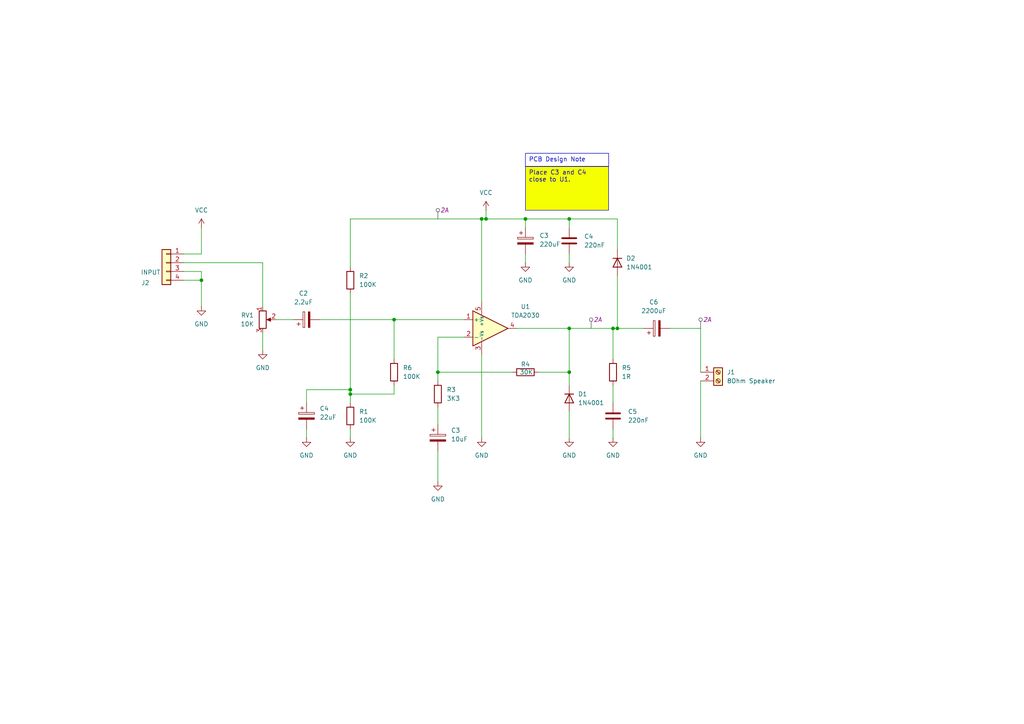
<source format=kicad_sch>
(kicad_sch (version 20231120) (generator "eeschema") (generator_version "8.0")
  (paper "A4")
  (lib_symbols
    (symbol "Amplifier_Audio:TDA2030" (pin_names (offset 0.127))
      (property "Reference" "U" (at 3.81 6.35 0))
      (property "Value" "TDA2030" (at 3.81 3.81 0))
      (symbol "TDA2030_0_1"
        (polyline (pts (xy -5.08 5.08) (xy 5.08 0) (xy -5.08 -5.08) (xy -5.08 5.08)) (stroke (width 0.254)) (fill (type background)))
      )
      (symbol "TDA2030_1_1"
        (pin input line (at -7.62 2.54 0) (length 2.54) (name "+") (number "1"))
        (pin input line (at -7.62 -2.54 0) (length 2.54) (name "-") (number "2"))
        (pin power_in line (at -2.54 -7.62 90) (length 3.81) (name "-Vs") (number "3"))
        (pin output line (at 7.62 0 180) (length 2.54) (name "~") (number "4"))
        (pin power_in line (at -2.54 7.62 270) (length 3.81) (name "+Vs") (number "5"))
      )
    )
    (symbol "Connector:Screw_Terminal_01x02" (pin_names (offset 1.016) hide)
      (property "Reference" "J" (at 0 2.54 0))
      (property "Value" "Screw_Terminal_01x02" (at 0 -5.08 0))
      (symbol "Screw_Terminal_01x02_1_1"
        (rectangle (start -1.27 1.27) (end 1.27 -3.81) (stroke (width 0.254)) (fill (type background)))
        (circle (center 0 -2.54) (radius 0.635) (stroke (width 0.1524)))
        (polyline (pts (xy -0.5334 -2.2098) (xy 0.3302 -3.048)) (stroke (width 0.1524)))
        (polyline (pts (xy -0.5334 0.3302) (xy 0.3302 -0.508)) (stroke (width 0.1524)))
        (polyline (pts (xy -0.3556 -2.032) (xy 0.508 -2.8702)) (stroke (width 0.1524)))
        (polyline (pts (xy -0.3556 0.508) (xy 0.508 -0.3302)) (stroke (width 0.1524)))
        (circle (center 0 0) (radius 0.635) (stroke (width 0.1524)))
        (pin passive line (at -5.08 0 0) (length 3.81) (name "Pin_1") (number "1"))
        (pin passive line (at -5.08 -2.54 0) (length 3.81) (name "Pin_2") (number "2"))
      )
    )
    (symbol "Connector_Generic:Conn_01x04" (pin_names (offset 1.016) hide)
      (property "Reference" "J" (at 0 5.08 0))
      (property "Value" "Conn_01x04" (at 0 -7.62 0))
      (symbol "Conn_01x04_1_1"
        (rectangle (start -1.27 -4.953) (end 0 -5.207) (stroke (width 0.1524)))
        (rectangle (start -1.27 -2.413) (end 0 -2.667) (stroke (width 0.1524)))
        (rectangle (start -1.27 0.127) (end 0 -0.127) (stroke (width 0.1524)))
        (rectangle (start -1.27 2.667) (end 0 2.413) (stroke (width 0.1524)))
        (rectangle (start -1.27 3.81) (end 1.27 -6.35) (stroke (width 0.254)) (fill (type background)))
        (pin passive line (at -5.08 2.54 0) (length 3.81) (name "Pin_1") (number "1"))
        (pin passive line (at -5.08 0 0) (length 3.81) (name "Pin_2") (number "2"))
        (pin passive line (at -5.08 -2.54 0) (length 3.81) (name "Pin_3") (number "3"))
        (pin passive line (at -5.08 -5.08 0) (length 3.81) (name "Pin_4") (number "4"))
      )
    )
    (symbol "Device:C" (pin_numbers hide) (pin_names (offset 0.254))
      (property "Reference" "C" (at 0.635 2.54 0))
      (property "Value" "C" (at 0.635 -2.54 0))
      (symbol "C_0_1"
        (polyline (pts (xy -2.032 -0.762) (xy 2.032 -0.762)) (stroke (width 0.508)))
        (polyline (pts (xy -2.032 0.762) (xy 2.032 0.762)) (stroke (width 0.508)))
      )
      (symbol "C_1_1"
        (pin passive line (at 0 3.81 270) (length 2.794) (name "~") (number "1"))
        (pin passive line (at 0 -3.81 90) (length 2.794) (name "~") (number "2"))
      )
    )
    (symbol "Device:C_Polarized" (pin_numbers hide) (pin_names (offset 0.254))
      (property "Reference" "C" (at 0.635 2.54 0))
      (property "Value" "C_Polarized" (at 0.635 -2.54 0))
      (symbol "C_Polarized_0_1"
        (rectangle (start -2.286 0.508) (end 2.286 1.016))
        (polyline (pts (xy -1.778 2.286) (xy -0.762 2.286)))
        (polyline (pts (xy -1.27 2.794) (xy -1.27 1.778)))
        (rectangle (start 2.286 -0.508) (end -2.286 -1.016) (fill (type outline)))
      )
      (symbol "C_Polarized_1_1"
        (pin passive line (at 0 3.81 270) (length 2.794) (name "~") (number "1"))
        (pin passive line (at 0 -3.81 90) (length 2.794) (name "~") (number "2"))
      )
    )
    (symbol "Device:D" (pin_numbers hide) (pin_names (offset 1.016) hide)
      (property "Reference" "D" (at 0 2.54 0))
      (property "Value" "D" (at 0 -2.54 0))
      (symbol "D_0_1"
        (polyline (pts (xy -1.27 1.27) (xy -1.27 -1.27)) (stroke (width 0.254)))
        (polyline (pts (xy 1.27 0) (xy -1.27 0)))
        (polyline (pts (xy 1.27 1.27) (xy 1.27 -1.27) (xy -1.27 0) (xy 1.27 1.27)) (stroke (width 0.254)))
      )
      (symbol "D_1_1"
        (pin passive line (at -3.81 0 0) (length 2.54) (name "K") (number "1"))
        (pin passive line (at 3.81 0 180) (length 2.54) (name "A") (number "2"))
      )
    )
    (symbol "Device:R" (pin_numbers hide) (pin_names (offset 0))
      (property "Reference" "R" (at 2.032 0 90))
      (property "Value" "R" (at 0 0 90))
      (symbol "R_0_1"
        (rectangle (start -1.016 -2.54) (end 1.016 2.54) (stroke (width 0.254)))
      )
      (symbol "R_1_1"
        (pin passive line (at 0 3.81 270) (length 1.27) (name "~") (number "1"))
        (pin passive line (at 0 -3.81 90) (length 1.27) (name "~") (number "2"))
      )
    )
    (symbol "Device:R_Potentiometer" (pin_names (offset 1.016) hide)
      (property "Reference" "RV" (at -4.445 0 90))
      (property "Value" "R_Potentiometer" (at -2.54 0 90))
      (symbol "R_Potentiometer_0_1"
        (polyline (pts (xy 2.54 0) (xy 1.524 0)))
        (polyline (pts (xy 1.143 0) (xy 2.286 0.508) (xy 2.286 -0.508) (xy 1.143 0)) (fill (type outline)))
        (rectangle (start 1.016 2.54) (end -1.016 -2.54) (stroke (width 0.254)))
      )
      (symbol "R_Potentiometer_1_1"
        (pin passive line (at 0 3.81 270) (length 1.27) (name "1") (number "1"))
        (pin passive line (at 3.81 0 180) (length 1.27) (name "2") (number "2"))
        (pin passive line (at 0 -3.81 90) (length 1.27) (name "3") (number "3"))
      )
    )
    (symbol "power:GND" (power) (pin_numbers hide) (pin_names (offset 0) hide)
      (property "Value" "GND" (at 0 -3.81 0))
      (symbol "GND_0_1"
        (polyline (pts (xy 0 0) (xy 0 -1.27) (xy 1.27 -1.27) (xy 0 -2.54) (xy -1.27 -1.27) (xy 0 -1.27)))
      )
      (symbol "GND_1_1"
        (pin power_in line (at 0 0 270) (length 0) (name "~") (number "1"))
      )
    )
    (symbol "power:VCC" (power) (pin_numbers hide) (pin_names (offset 0) hide)
      (property "Value" "VCC" (at 0 3.556 0))
      (symbol "VCC_0_1"
        (polyline (pts (xy -0.762 1.27) (xy 0 2.54)))
        (polyline (pts (xy 0 0) (xy 0 2.54)))
        (polyline (pts (xy 0 2.54) (xy 0.762 1.27)))
      )
      (symbol "VCC_1_1"
        (pin power_in line (at 0 0 90) (length 0) (name "~") (number "1"))
      )
    )
  )
  (junction (at 152.4 63.5))
  (junction (at 139.7 63.5))
  (junction (at 165.1 63.5))
  (junction (at 127 107.95))
  (junction (at 165.1 95.25))
  (junction (at 140.97 63.5))
  (junction (at 101.6 113.03))
  (junction (at 165.1 107.95))
  (junction (at 58.42 81.28))
  (junction (at 179.07 95.25))
  (junction (at 177.8 95.25))
  (junction (at 101.6 114.3))
  (junction (at 114.3 92.71))
  (wire (pts (xy 139.7 102.87) (xy 139.7 127)))
  (wire (pts (xy 76.2 96.52) (xy 76.2 101.6)))
  (wire (pts (xy 177.8 95.25) (xy 177.8 104.14)))
  (wire (pts (xy 179.07 72.39) (xy 179.07 63.5)))
  (wire (pts (xy 88.9 116.84) (xy 88.9 113.03)))
  (wire (pts (xy 58.42 78.74) (xy 58.42 81.28)))
  (wire (pts (xy 179.07 63.5) (xy 165.1 63.5)))
  (wire (pts (xy 139.7 87.63) (xy 139.7 63.5)))
  (wire (pts (xy 53.34 78.74) (xy 58.42 78.74)))
  (wire (pts (xy 152.4 73.66) (xy 152.4 76.2)))
  (wire (pts (xy 140.97 63.5) (xy 152.4 63.5)))
  (wire (pts (xy 203.2 110.49) (xy 203.2 127)))
  (wire (pts (xy 165.1 95.25) (xy 177.8 95.25)))
  (wire (pts (xy 101.6 124.46) (xy 101.6 127)))
  (wire (pts (xy 165.1 73.66) (xy 165.1 76.2)))
  (wire (pts (xy 165.1 119.38) (xy 165.1 127)))
  (wire (pts (xy 179.07 95.25) (xy 186.69 95.25)))
  (wire (pts (xy 127 107.95) (xy 127 110.49)))
  (wire (pts (xy 101.6 77.47) (xy 101.6 63.5)))
  (wire (pts (xy 80.01 92.71) (xy 85.09 92.71)))
  (wire (pts (xy 58.42 81.28) (xy 58.42 88.9)))
  (wire (pts (xy 101.6 63.5) (xy 139.7 63.5)))
  (wire (pts (xy 88.9 124.46) (xy 88.9 127)))
  (wire (pts (xy 152.4 63.5) (xy 165.1 63.5)))
  (wire (pts (xy 134.62 97.79) (xy 127 97.79)))
  (wire (pts (xy 127 107.95) (xy 148.59 107.95)))
  (wire (pts (xy 76.2 88.9) (xy 76.2 76.2)))
  (wire (pts (xy 114.3 92.71) (xy 134.62 92.71)))
  (wire (pts (xy 165.1 107.95) (xy 165.1 95.25)))
  (wire (pts (xy 194.31 95.25) (xy 203.2 95.25)))
  (wire (pts (xy 127 130.81) (xy 127 139.7)))
  (wire (pts (xy 114.3 111.76) (xy 114.3 114.3)))
  (wire (pts (xy 165.1 107.95) (xy 165.1 111.76)))
  (wire (pts (xy 114.3 114.3) (xy 101.6 114.3)))
  (wire (pts (xy 140.97 63.5) (xy 140.97 60.96)))
  (wire (pts (xy 88.9 113.03) (xy 101.6 113.03)))
  (wire (pts (xy 127 97.79) (xy 127 107.95)))
  (wire (pts (xy 53.34 73.66) (xy 58.42 73.66)))
  (wire (pts (xy 127 118.11) (xy 127 123.19)))
  (wire (pts (xy 53.34 81.28) (xy 58.42 81.28)))
  (wire (pts (xy 149.86 95.25) (xy 165.1 95.25)))
  (wire (pts (xy 152.4 63.5) (xy 152.4 66.04)))
  (wire (pts (xy 101.6 85.09) (xy 101.6 113.03)))
  (wire (pts (xy 156.21 107.95) (xy 165.1 107.95)))
  (wire (pts (xy 177.8 95.25) (xy 179.07 95.25)))
  (wire (pts (xy 58.42 66.04) (xy 58.42 73.66)))
  (wire (pts (xy 140.97 63.5) (xy 139.7 63.5)))
  (wire (pts (xy 114.3 104.14) (xy 114.3 92.71)))
  (wire (pts (xy 177.8 111.76) (xy 177.8 116.84)))
  (wire (pts (xy 179.07 80.01) (xy 179.07 95.25)))
  (wire (pts (xy 165.1 63.5) (xy 165.1 66.04)))
  (wire (pts (xy 76.2 76.2) (xy 53.34 76.2)))
  (wire (pts (xy 101.6 114.3) (xy 101.6 116.84)))
  (wire (pts (xy 101.6 113.03) (xy 101.6 114.3)))
  (wire (pts (xy 203.2 95.25) (xy 203.2 107.95)))
  (wire (pts (xy 92.71 92.71) (xy 114.3 92.71)))
  (wire (pts (xy 177.8 124.46) (xy 177.8 127)))
  (text_box "Place C3 and C4 close to U1. " (at 152.4 48.26 0) (size 24.13 12.7) (fill (type color) (color 245 255 1 1)) (effects (font (size 1.27 1.27)) (justify left top)))
  (text_box "PCB Design Note" (at 152.4 44.45 0) (size 24.13 3.81) (effects (font (size 1.27 1.27)) (justify left top)))
  (netclass_flag "" (length 2.54) (shape round) (at 127 63.5 0) (property "Netclass" "2A" (at 127.6985 60.96 0) (effects (font (italic yes)) (justify left))))
  (netclass_flag "" (length 2.54) (shape round) (at 171.45 95.25 0) (property "Netclass" "2A" (at 172.1485 92.71 0) (effects (font (italic yes)) (justify left))))
  (netclass_flag "" (length 2.54) (shape round) (at 203.2 95.25 0) (property "Netclass" "2A" (at 203.8985 92.71 0) (effects (font (italic yes)) (justify left))))
  (symbol (lib_id "Device:R") (at 127 114.3 0) (unit 1)
    (property "Reference" "R3" (at 129.54 113.0299 0) (effects (justify left)))
    (property "Value" "3K3" (at 129.54 115.5699 0) (effects (justify left)))
    (property "Description" "Resistor" (effects (hide yes)))
  )
  (symbol (lib_id "Device:C_Polarized") (at 152.4 69.85 0) (unit 1)
    (property "Reference" "C3" (at 156.464 68.326 0) (effects (justify left)))
    (property "Value" "220uF" (at 156.464 70.866 0) (effects (justify left)))
    (property "Description" "Polarized capacitor" (effects (hide yes)))
  )
  (symbol (lib_id "Device:R_Potentiometer") (at 76.2 92.71 0) (unit 1)
    (property "Reference" "RV1" (at 73.66 91.4399 0) (effects (justify right)))
    (property "Value" "10K" (at 73.66 93.9799 0) (effects (justify right)))
    (property "Description" "Potentiometer" (effects (hide yes)))
  )
  (symbol (lib_id "Device:C") (at 177.8 120.65 0) (unit 1)
    (property "Reference" "C5" (at 182.118 119.38 0) (effects (justify left)))
    (property "Value" "220nF" (at 182.118 121.92 0) (effects (justify left)))
    (property "Description" "Unpolarized capacitor" (effects (hide yes)))
  )
  (symbol (lib_id "power:GND") (at 88.9 127 0) (unit 1)
    (property "Reference" "#PWR010" (effects (hide yes)))
    (property "Value" "GND" (at 88.9 132.08 0))
    (property "Description" "Power symbol creates a global label with name \"GND\" , ground" (effects (hide yes)))
  )
  (symbol (lib_id "Amplifier_Audio:TDA2030") (at 142.24 95.25 0) (unit 1)
    (property "Reference" "U1" (at 152.4 88.9314 0))
    (property "Value" "TDA2030" (at 152.4 91.4714 0))
    (property "Footprint" "Package_TO_SOT_THT:TO-220-5_P3.4x3.7mm_StaggerOdd_Lead3.8mm_Vertical" (effects (hide yes)))
    (property "Datasheet" "http://www.st.com/resource/en/datasheet/cd00000128.pdf" (effects (hide yes)))
    (property "Description" "14W Hi-Fi Audio Amplifier, TO-220-5" (effects (hide yes)))
  )
  (symbol (lib_id "Device:R") (at 101.6 81.28 0) (unit 1)
    (property "Reference" "R2" (at 104.14 80.0099 0) (effects (justify left)))
    (property "Value" "100K" (at 104.14 82.5499 0) (effects (justify left)))
    (property "Description" "Resistor" (effects (hide yes)))
  )
  (symbol (lib_id "Device:D") (at 179.07 76.2 270) (unit 1)
    (property "Reference" "D2" (at 181.61 74.9299 90) (effects (justify left)))
    (property "Value" "1N4001" (at 181.61 77.4699 90) (effects (justify left)))
    (property "Description" "Diode" (effects (hide yes)))
    (property "Sim.Device" "D" (effects (hide yes)))
    (property "Sim.Pins" "1=K 2=A" (effects (hide yes)))
  )
  (symbol (lib_id "Device:R") (at 177.8 107.95 0) (unit 1)
    (property "Reference" "R5" (at 180.34 106.6799 0) (effects (justify left)))
    (property "Value" "1R" (at 180.34 109.2199 0) (effects (justify left)))
    (property "Description" "Resistor" (effects (hide yes)))
  )
  (symbol (lib_id "Device:C_Polarized") (at 190.5 95.25 90) (unit 1)
    (property "Reference" "C6" (at 189.611 87.63 90))
    (property "Value" "2200uF" (at 189.611 90.17 90))
    (property "Description" "Polarized capacitor" (effects (hide yes)))
  )
  (symbol (lib_id "Connector_Generic:Conn_01x04") (at 48.26 76.2 0) (mirror y) (unit 1)
    (property "Reference" "J2" (at 42.164 82.042 0))
    (property "Value" "INPUT" (at 43.688 78.994 0))
    (property "Description" "Generic connector, single row, 01x04, script generated (kicad-library-utils/schlib/autogen/connector/)" (effects (hide yes)))
  )
  (symbol (lib_id "Device:C") (at 165.1 69.85 0) (unit 1)
    (property "Reference" "C4" (at 169.418 68.58 0) (effects (justify left)))
    (property "Value" "220nF" (at 169.418 71.12 0) (effects (justify left)))
    (property "Description" "Unpolarized capacitor" (effects (hide yes)))
  )
  (symbol (lib_id "Device:R") (at 114.3 107.95 0) (unit 1)
    (property "Reference" "R6" (at 116.84 106.6799 0) (effects (justify left)))
    (property "Value" "100K" (at 116.84 109.2199 0) (effects (justify left)))
    (property "Description" "Resistor" (effects (hide yes)))
  )
  (symbol (lib_id "power:GND") (at 165.1 76.2 0) (unit 1)
    (property "Reference" "#PWR08" (effects (hide yes)))
    (property "Value" "GND" (at 165.1 81.28 0))
    (property "Description" "Power symbol creates a global label with name \"GND\" , ground" (effects (hide yes)))
  )
  (symbol (lib_id "power:GND") (at 177.8 127 0) (unit 1)
    (property "Reference" "#PWR02" (effects (hide yes)))
    (property "Value" "GND" (at 177.8 132.08 0))
    (property "Description" "Power symbol creates a global label with name \"GND\" , ground" (effects (hide yes)))
  )
  (symbol (lib_id "Device:C_Polarized") (at 88.9 92.71 90) (unit 1)
    (property "Reference" "C2" (at 88.011 85.09 90))
    (property "Value" "2.2uF" (at 88.011 87.63 90))
    (property "Description" "Polarized capacitor" (effects (hide yes)))
  )
  (symbol (lib_id "power:GND") (at 203.2 127 0) (unit 1)
    (property "Reference" "#PWR03" (effects (hide yes)))
    (property "Value" "GND" (at 203.2 132.08 0))
    (property "Description" "Power symbol creates a global label with name \"GND\" , ground" (effects (hide yes)))
  )
  (symbol (lib_id "power:GND") (at 76.2 101.6 0) (unit 1)
    (property "Reference" "#PWR012" (effects (hide yes)))
    (property "Value" "GND" (at 76.2 106.68 0))
    (property "Description" "Power symbol creates a global label with name \"GND\" , ground" (effects (hide yes)))
  )
  (symbol (lib_id "power:GND") (at 127 139.7 0) (unit 1)
    (property "Reference" "#PWR04" (effects (hide yes)))
    (property "Value" "GND" (at 127 144.78 0))
    (property "Description" "Power symbol creates a global label with name \"GND\" , ground" (effects (hide yes)))
  )
  (symbol (lib_id "Device:D") (at 165.1 115.57 270) (unit 1)
    (property "Reference" "D1" (at 167.64 114.2999 90) (effects (justify left)))
    (property "Value" "1N4001" (at 167.64 116.8399 90) (effects (justify left)))
    (property "Description" "Diode" (effects (hide yes)))
    (property "Sim.Device" "D" (effects (hide yes)))
    (property "Sim.Pins" "1=K 2=A" (effects (hide yes)))
  )
  (symbol (lib_id "power:VCC") (at 58.42 66.04 0) (unit 1)
    (property "Reference" "#PWR06" (effects (hide yes)))
    (property "Value" "VCC" (at 58.42 60.96 0))
    (property "Description" "Power symbol creates a global label with name \"VCC\"" (effects (hide yes)))
  )
  (symbol (lib_id "power:VCC") (at 140.97 60.96 0) (unit 1)
    (property "Reference" "#PWR05" (effects (hide yes)))
    (property "Value" "VCC" (at 140.97 55.88 0))
    (property "Description" "Power symbol creates a global label with name \"VCC\"" (effects (hide yes)))
  )
  (symbol (lib_id "power:GND") (at 165.1 127 0) (unit 1)
    (property "Reference" "#PWR013" (effects (hide yes)))
    (property "Value" "GND" (at 165.1 132.08 0))
    (property "Description" "Power symbol creates a global label with name \"GND\" , ground" (effects (hide yes)))
  )
  (symbol (lib_id "power:GND") (at 58.42 88.9 0) (unit 1)
    (property "Reference" "#PWR011" (effects (hide yes)))
    (property "Value" "GND" (at 58.42 93.98 0))
    (property "Description" "Power symbol creates a global label with name \"GND\" , ground" (effects (hide yes)))
  )
  (symbol (lib_id "Device:R") (at 152.4 107.95 90) (unit 1)
    (property "Reference" "R4" (at 152.4 105.664 90))
    (property "Value" "30K" (at 152.654 107.95 90))
    (property "Description" "Resistor" (effects (hide yes)))
  )
  (symbol (lib_id "Device:C_Polarized") (at 88.9 120.65 0) (unit 1)
    (property "Reference" "C4" (at 92.71 118.4909 0) (effects (justify left)))
    (property "Value" "22uF" (at 92.71 121.0309 0) (effects (justify left)))
    (property "Description" "Polarized capacitor" (effects (hide yes)))
  )
  (symbol (lib_id "power:GND") (at 152.4 76.2 0) (unit 1)
    (property "Reference" "#PWR07" (effects (hide yes)))
    (property "Value" "GND" (at 152.4 81.28 0))
    (property "Description" "Power symbol creates a global label with name \"GND\" , ground" (effects (hide yes)))
  )
  (symbol (lib_id "Device:C_Polarized") (at 127 127 0) (unit 1)
    (property "Reference" "C3" (at 130.81 124.8409 0) (effects (justify left)))
    (property "Value" "10uF" (at 130.81 127.3809 0) (effects (justify left)))
    (property "Description" "Polarized capacitor" (effects (hide yes)))
  )
  (symbol (lib_id "Connector:Screw_Terminal_01x02") (at 208.28 107.95 0) (unit 1)
    (property "Reference" "J1" (at 210.82 107.9499 0) (effects (justify left)))
    (property "Value" "8Ohm Speaker" (at 210.82 110.4899 0) (effects (justify left)))
    (property "Description" "Generic screw terminal, single row, 01x02, script generated (kicad-library-utils/schlib/autogen/connector/)" (effects (hide yes)))
  )
  (symbol (lib_id "Device:R") (at 101.6 120.65 0) (unit 1)
    (property "Reference" "R1" (at 104.14 119.3799 0) (effects (justify left)))
    (property "Value" "100K" (at 104.14 121.9199 0) (effects (justify left)))
    (property "Description" "Resistor" (effects (hide yes)))
  )
  (symbol (lib_id "power:GND") (at 101.6 127 0) (unit 1)
    (property "Reference" "#PWR09" (effects (hide yes)))
    (property "Value" "GND" (at 101.6 132.08 0))
    (property "Description" "Power symbol creates a global label with name \"GND\" , ground" (effects (hide yes)))
  )
  (symbol (lib_id "power:GND") (at 139.7 127 0) (unit 1)
    (property "Reference" "#PWR01" (effects (hide yes)))
    (property "Value" "GND" (at 139.7 132.08 0))
    (property "Description" "Power symbol creates a global label with name \"GND\" , ground" (effects (hide yes)))
  )
)
</source>
